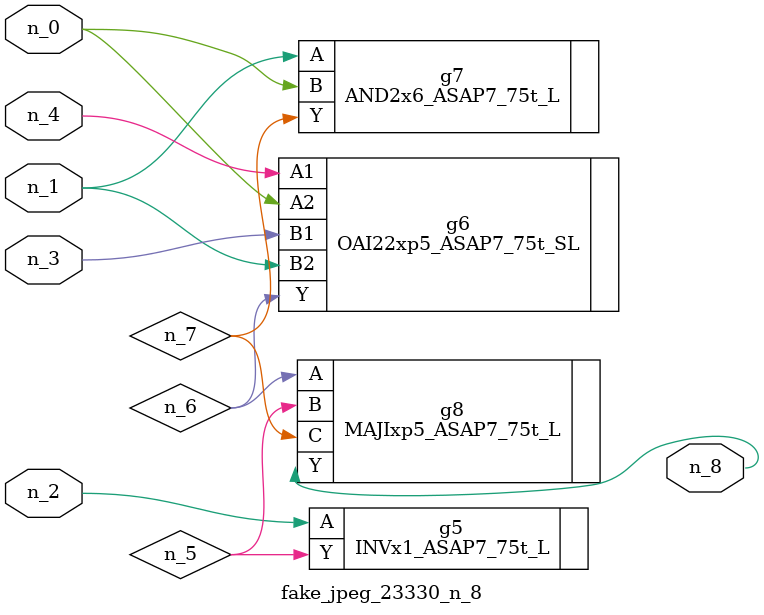
<source format=v>
module fake_jpeg_23330_n_8 (n_3, n_2, n_1, n_0, n_4, n_8);

input n_3;
input n_2;
input n_1;
input n_0;
input n_4;

output n_8;

wire n_6;
wire n_5;
wire n_7;

INVx1_ASAP7_75t_L g5 ( 
.A(n_2),
.Y(n_5)
);

OAI22xp5_ASAP7_75t_SL g6 ( 
.A1(n_4),
.A2(n_0),
.B1(n_3),
.B2(n_1),
.Y(n_6)
);

AND2x6_ASAP7_75t_L g7 ( 
.A(n_1),
.B(n_0),
.Y(n_7)
);

MAJIxp5_ASAP7_75t_L g8 ( 
.A(n_6),
.B(n_5),
.C(n_7),
.Y(n_8)
);


endmodule
</source>
